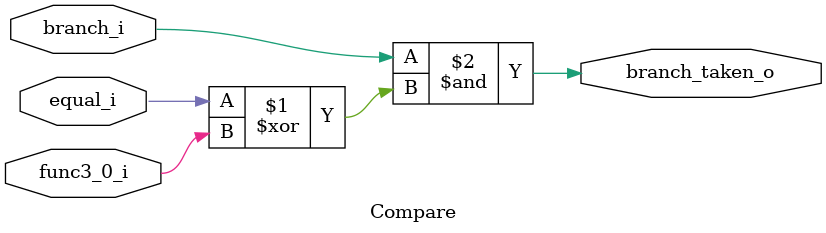
<source format=v>
module Compare (
    input  equal_i       ,
    input  func3_0_i     ,
    input  branch_i      ,
    output branch_taken_o
);

    assign branch_taken_o = branch_i & (equal_i ^ func3_0_i);

endmodule
</source>
